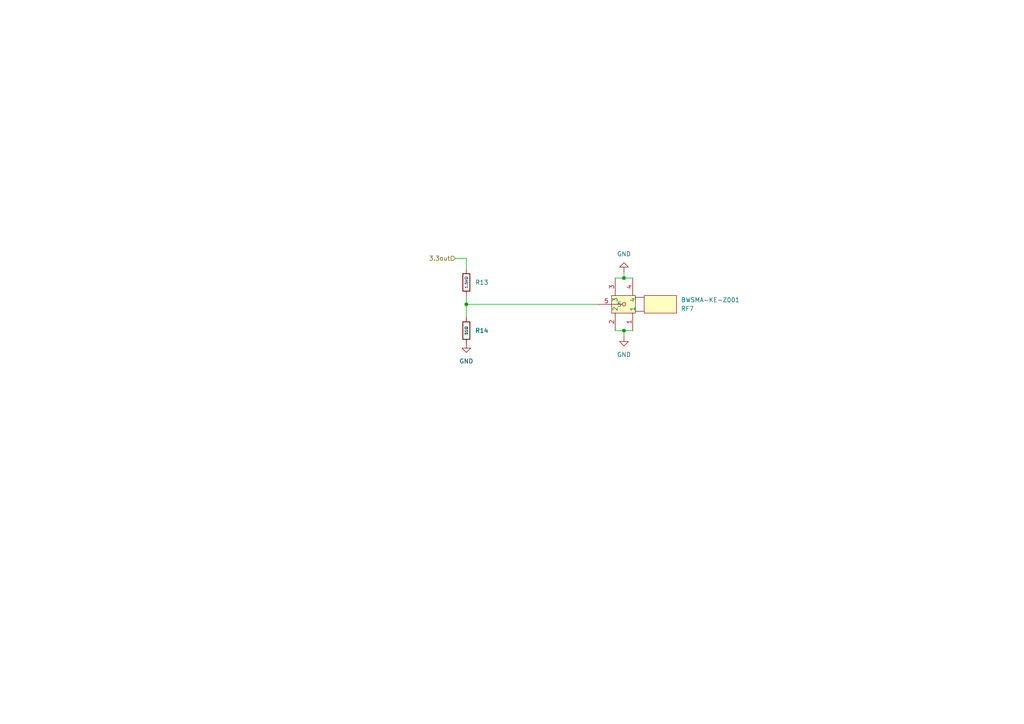
<source format=kicad_sch>
(kicad_sch (version 20250114) (generator "eeschema") (generator_version "9.0")
  (paper "A4")
  (lib_symbols
    (symbol "PCM_JLCPCB-Resistors:0603,1.5kΩ" (pin_numbers (hide yes)) (pin_names (offset 0))
      (property "Reference" "R" (at 1.778 0 0))
      (property "Value" "1.5kΩ" (at 0 0 90))
      (symbol "0603,1.5kΩ_0_1"
        (rectangle (start -1.016 2.54) (end 1.016 -2.54) (stroke (width 0.254)))
      )
      (symbol "0603,1.5kΩ_1_1"
        (pin passive line (at 0 3.81 270) (length 1.27) (name "~") (number "1"))
        (pin passive line (at 0 -3.81 90) (length 1.27) (name "~") (number "2"))
      )
    )
    (symbol "PCM_JLCPCB-Resistors:0603,51Ω" (pin_numbers (hide yes)) (pin_names (offset 0))
      (property "Reference" "R" (at 1.778 0 0))
      (property "Value" "51Ω" (at 0 0 90))
      (symbol "0603,51Ω_0_1"
        (rectangle (start -1.016 2.54) (end 1.016 -2.54) (stroke (width 0.254)))
      )
      (symbol "0603,51Ω_1_1"
        (pin passive line (at 0 3.81 270) (length 1.27) (name "~") (number "1"))
        (pin passive line (at 0 -3.81 90) (length 1.27) (name "~") (number "2"))
      )
    )
    (symbol "easyeda2kicad:BWSMA-KE-Z001"
      (property "Reference" "RF" (at 0 12.7 0))
      (property "Value" "BWSMA-KE-Z001" (at 0 -12.7 0))
      (symbol "BWSMA-KE-Z001_0_1"
        (rectangle (start -12.7 2.54) (end -3.3 -2.54) (fill (type background)))
        (polyline (pts (xy -3.3 2.03) (xy -0.76 2.03)))
        (polyline (pts (xy -3.3 -2.03) (xy -0.76 -2.03)))
        (rectangle (start -0.76 2.54) (end 6.1 -2.54) (fill (type background)))
        (circle (center 2.54 0) (radius 0.51))
        (polyline (pts (xy 3.05 0) (xy 5.08 0)))
        (pin unspecified line (at 0 7.62 270) (length 5.08) (name "1") (number "1"))
        (pin unspecified line (at 0 -7.62 90) (length 5.08) (name "4") (number "4"))
        (pin unspecified line (at 5.08 7.62 270) (length 5.08) (name "2") (number "2"))
        (pin unspecified line (at 5.08 -7.62 90) (length 5.08) (name "3") (number "3"))
        (pin unspecified line (at 10.16 0 180) (length 5.08) (name "5") (number "5"))
      )
    )
    (symbol "power:GND" (power) (pin_numbers (hide yes)) (pin_names (offset 0) (hide yes))
      (property "Value" "GND" (at 0 -3.81 0))
      (symbol "GND_0_1"
        (polyline (pts (xy 0 0) (xy 0 -1.27) (xy 1.27 -1.27) (xy 0 -2.54) (xy -1.27 -1.27) (xy 0 -1.27)))
      )
      (symbol "GND_1_1"
        (pin power_in line (at 0 0 270) (length 0) (name "~") (number "1"))
      )
    )
  )
  (junction (at 180.975 80.645))
  (junction (at 180.975 95.885))
  (junction (at 135.255 88.265))
  (wire (pts (xy 135.255 88.265) (xy 173.355 88.265)))
  (wire (pts (xy 135.255 85.725) (xy 135.255 88.265)))
  (wire (pts (xy 183.515 80.645) (xy 180.975 80.645)))
  (wire (pts (xy 180.975 78.74) (xy 180.975 80.645)))
  (wire (pts (xy 135.255 74.93) (xy 135.255 78.105)))
  (wire (pts (xy 180.975 95.885) (xy 178.435 95.885)))
  (wire (pts (xy 135.255 88.265) (xy 135.255 92.075)))
  (wire (pts (xy 180.975 95.885) (xy 180.975 97.79)))
  (wire (pts (xy 183.515 95.885) (xy 180.975 95.885)))
  (wire (pts (xy 132.08 74.93) (xy 135.255 74.93)))
  (wire (pts (xy 180.975 80.645) (xy 178.435 80.645)))
  (hierarchical_label "3.3out" (shape input) (at 132.08 74.93 180))
  (symbol (lib_id "PCM_JLCPCB-Resistors:0603,51Ω") (at 135.255 95.885 0) (unit 1)
    (property "Reference" "R2" (at 137.795 95.8849 0) (effects (justify left)))
    (property "Value" "51Ω" (at 135.255 95.885 90) (effects (font (size 0.8 0.8))))
    (property "Footprint" "PCM_JLCPCB:R_0603" (effects (hide yes)))
    (property "Datasheet" "https://www.lcsc.com/datasheet/lcsc_datasheet_2206010116_UNI-ROYAL-Uniroyal-Elec-0603WAF510JT5E_C23197.pdf" (effects (hide yes)))
    (property "Description" "100mW Thick Film Resistors 75V ±100ppm/°C ±1% 51Ω 0603 Chip Resistor - Surface Mount ROHS" (effects (hide yes)))
    (property "LCSC" "C23197" (effects (hide yes)))
    (property "Stock" "1626182" (effects (hide yes)))
    (property "Price" "0.004USD" (effects (hide yes)))
    (property "Process" "SMT" (effects (hide yes)))
    (property "Minimum Qty" "20" (effects (hide yes)))
    (property "Attrition Qty" "10" (effects (hide yes)))
    (property "Class" "Basic Component" (effects (hide yes)))
    (property "Category" "Resistors,Chip Resistor - Surface Mount" (effects (hide yes)))
    (property "Manufacturer" "UNI-ROYAL(Uniroyal Elec)" (effects (hide yes)))
    (property "Part" "0603WAF510JT5E" (effects (hide yes)))
    (property "Resistance" "51Ω" (effects (hide yes)))
    (property "Power(Watts)" "100mW" (effects (hide yes)))
    (property "Type" "Thick Film Resistors" (effects (hide yes)))
    (property "Overload Voltage (Max)" "75V" (effects (hide yes)))
    (property "Operating Temperature Range" "-55°C~+155°C" (effects (hide yes)))
    (property "Tolerance" "±1%" (effects (hide yes)))
    (property "Temperature Coefficient" "±100ppm/°C" (effects (hide yes)))
    (instances (project "test_board" (path "" (reference "R14") (unit 1)) (path "" (reference "R2") (unit 1)) (path "" (reference "R10") (unit 1)) (path "" (reference "R6") (unit 1)) (path "" (reference "R4") (unit 1)) (path "" (reference "R12") (unit 1)) (path "" (reference "R8") (unit 1))))
  )
  (symbol (lib_id "PCM_JLCPCB-Resistors:0603,1.5kΩ") (at 135.255 81.915 0) (unit 1)
    (property "Reference" "R1" (at 137.795 81.9149 0) (effects (justify left)))
    (property "Value" "1.5kΩ" (at 135.255 81.915 90) (effects (font (size 0.8 0.8))))
    (property "Footprint" "PCM_JLCPCB:R_0603" (effects (hide yes)))
    (property "Datasheet" "https://www.lcsc.com/datasheet/lcsc_datasheet_2206010130_UNI-ROYAL-Uniroyal-Elec-0603WAF1501T5E_C22843.pdf" (effects (hide yes)))
    (property "Description" "100mW Thick Film Resistors 75V ±100ppm/°C ±1% 1.5kΩ 0603 Chip Resistor - Surface Mount ROHS" (effects (hide yes)))
    (property "LCSC" "C22843" (effects (hide yes)))
    (property "Stock" "3744008" (effects (hide yes)))
    (property "Price" "0.004USD" (effects (hide yes)))
    (property "Process" "SMT" (effects (hide yes)))
    (property "Minimum Qty" "20" (effects (hide yes)))
    (property "Attrition Qty" "10" (effects (hide yes)))
    (property "Class" "Basic Component" (effects (hide yes)))
    (property "Category" "Resistors,Chip Resistor - Surface Mount" (effects (hide yes)))
    (property "Manufacturer" "UNI-ROYAL(Uniroyal Elec)" (effects (hide yes)))
    (property "Part" "0603WAF1501T5E" (effects (hide yes)))
    (property "Resistance" "1.5kΩ" (effects (hide yes)))
    (property "Power(Watts)" "100mW" (effects (hide yes)))
    (property "Type" "Thick Film Resistors" (effects (hide yes)))
    (property "Overload Voltage (Max)" "75V" (effects (hide yes)))
    (property "Operating Temperature Range" "-55°C~+155°C" (effects (hide yes)))
    (property "Tolerance" "±1%" (effects (hide yes)))
    (property "Temperature Coefficient" "±100ppm/°C" (effects (hide yes)))
    (instances (project "test_board" (path "" (reference "R13") (unit 1)) (path "" (reference "R1") (unit 1)) (path "" (reference "R9") (unit 1)) (path "" (reference "R5") (unit 1)) (path "" (reference "R3") (unit 1)) (path "" (reference "R11") (unit 1)) (path "" (reference "R7") (unit 1))))
  )
  (symbol (lib_id "power:GND") (at 180.975 78.74 180) (unit 1)
    (property "Reference" "#PWR08" (effects (hide yes)))
    (property "Value" "GND" (at 180.975 73.66 0))
    (property "Description" "Power symbol creates a global label with name \"GND\" , ground" (effects (hide yes)))
    (instances (project "test_board" (path "" (reference "#PWR025") (unit 1)) (path "" (reference "#PWR08") (unit 1)) (path "" (reference "#PWR019") (unit 1)) (path "" (reference "#PWR013") (unit 1)) (path "" (reference "#PWR010") (unit 1)) (path "" (reference "#PWR022") (unit 1)) (path "" (reference "#PWR016") (unit 1))))
  )
  (symbol (lib_id "power:GND") (at 180.975 97.79 0) (unit 1)
    (property "Reference" "#PWR07" (effects (hide yes)))
    (property "Value" "GND" (at 180.975 102.87 0))
    (property "Description" "Power symbol creates a global label with name \"GND\" , ground" (effects (hide yes)))
    (instances (project "test_board" (path "" (reference "#PWR026") (unit 1)) (path "" (reference "#PWR07") (unit 1)) (path "" (reference "#PWR020") (unit 1)) (path "" (reference "#PWR014") (unit 1)) (path "" (reference "#PWR011") (unit 1)) (path "" (reference "#PWR023") (unit 1)) (path "" (reference "#PWR017") (unit 1))))
  )
  (symbol (lib_id "power:GND") (at 135.255 99.695 0) (unit 1)
    (property "Reference" "#PWR06" (effects (hide yes)))
    (property "Value" "GND" (at 135.255 104.775 0))
    (property "Description" "Power symbol creates a global label with name \"GND\" , ground" (effects (hide yes)))
    (instances (project "test_board" (path "" (reference "#PWR024") (unit 1)) (path "" (reference "#PWR06") (unit 1)) (path "" (reference "#PWR018") (unit 1)) (path "" (reference "#PWR012") (unit 1)) (path "" (reference "#PWR09") (unit 1)) (path "" (reference "#PWR021") (unit 1)) (path "" (reference "#PWR015") (unit 1))))
  )
  (symbol (lib_id "easyeda2kicad:BWSMA-KE-Z001") (at 183.515 88.265 180) (unit 1)
    (property "Reference" "RF2" (at 197.485 89.5351 0) (effects (justify right)))
    (property "Value" "BWSMA-KE-Z001" (at 197.485 86.9951 0) (effects (justify right)))
    (property "Footprint" "easyeda2kicad:SMA-TH_BWSMA-KE-Z001" (effects (hide yes)))
    (property "Datasheet" "https://lcsc.com/product-detail/New-Arrivals_BAT-WIRELESS-BWSMA-KE-Z001_C496549.html" (effects (hide yes)))
    (property "LCSC Part" "C496549" (effects (hide yes)))
    (instances (project "test_board" (path "" (reference "RF7") (unit 1)) (path "" (reference "RF2") (unit 1)) (path "" (reference "RF5") (unit 1)) (path "" (reference "RF3") (unit 1)) (path "" (reference "RF1") (unit 1)) (path "" (reference "RF6") (unit 1)) (path "" (reference "RF4") (unit 1))))
  )
)
</source>
